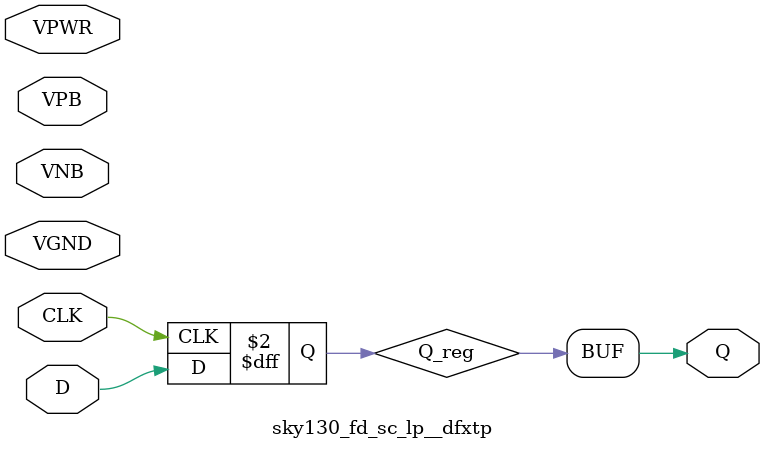
<source format=v>
module sky130_fd_sc_lp__dfxtp (
    //# {{data|Data Signals}}
    input  D   ,
    output Q   ,

    //# {{clocks|Clocking}}
    input  CLK ,

    //# {{power|Power}}
    input  VPB ,
    input  VPWR,
    input  VGND,
    input  VNB
);
    reg Q_reg;

    always @(posedge CLK)
        Q_reg <= D;
    
    assign Q = Q_reg;

endmodule
</source>
